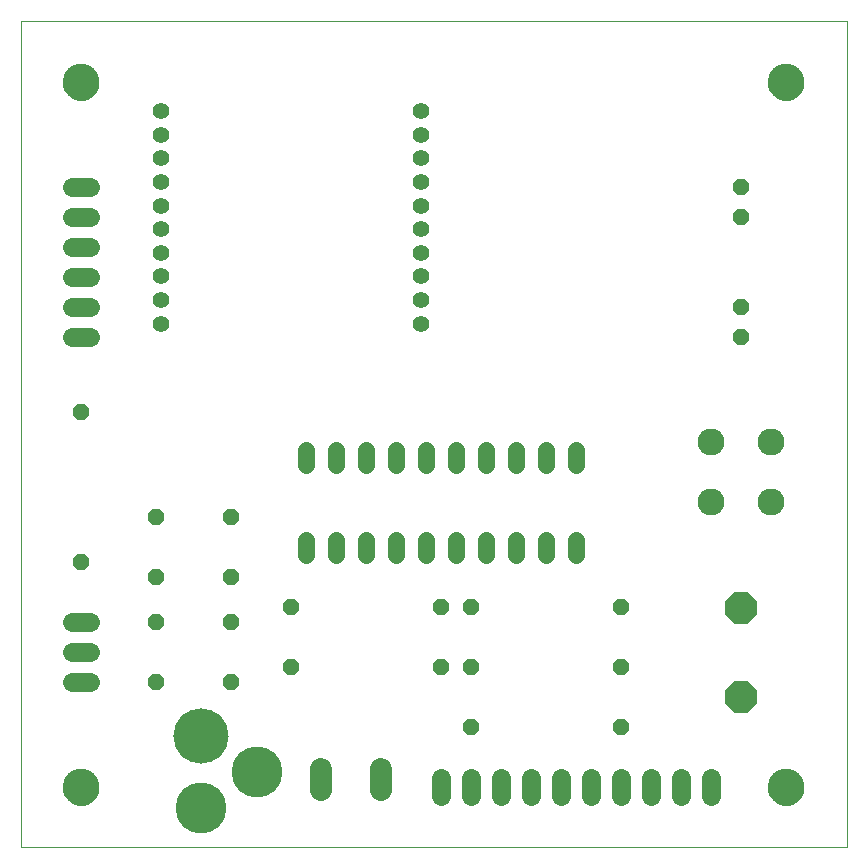
<source format=gts>
G75*
%MOIN*%
%OFA0B0*%
%FSLAX24Y24*%
%IPPOS*%
%LPD*%
%AMOC8*
5,1,8,0,0,1.08239X$1,22.5*
%
%ADD10C,0.0000*%
%ADD11C,0.0560*%
%ADD12C,0.0555*%
%ADD13OC8,0.0560*%
%ADD14C,0.0640*%
%ADD15C,0.1840*%
%ADD16C,0.1700*%
%ADD17OC8,0.1040*%
%ADD18C,0.0745*%
%ADD19C,0.0900*%
%ADD20C,0.1221*%
D10*
X000300Y000180D02*
X000300Y027739D01*
X027859Y027739D01*
X027859Y000180D01*
X000300Y000180D01*
X001709Y002180D02*
X001711Y002228D01*
X001717Y002276D01*
X001727Y002323D01*
X001740Y002369D01*
X001758Y002414D01*
X001778Y002458D01*
X001803Y002500D01*
X001831Y002539D01*
X001861Y002576D01*
X001895Y002610D01*
X001932Y002642D01*
X001970Y002671D01*
X002011Y002696D01*
X002054Y002718D01*
X002099Y002736D01*
X002145Y002750D01*
X002192Y002761D01*
X002240Y002768D01*
X002288Y002771D01*
X002336Y002770D01*
X002384Y002765D01*
X002432Y002756D01*
X002478Y002744D01*
X002523Y002727D01*
X002567Y002707D01*
X002609Y002684D01*
X002649Y002657D01*
X002687Y002627D01*
X002722Y002594D01*
X002754Y002558D01*
X002784Y002520D01*
X002810Y002479D01*
X002832Y002436D01*
X002852Y002392D01*
X002867Y002347D01*
X002879Y002300D01*
X002887Y002252D01*
X002891Y002204D01*
X002891Y002156D01*
X002887Y002108D01*
X002879Y002060D01*
X002867Y002013D01*
X002852Y001968D01*
X002832Y001924D01*
X002810Y001881D01*
X002784Y001840D01*
X002754Y001802D01*
X002722Y001766D01*
X002687Y001733D01*
X002649Y001703D01*
X002609Y001676D01*
X002567Y001653D01*
X002523Y001633D01*
X002478Y001616D01*
X002432Y001604D01*
X002384Y001595D01*
X002336Y001590D01*
X002288Y001589D01*
X002240Y001592D01*
X002192Y001599D01*
X002145Y001610D01*
X002099Y001624D01*
X002054Y001642D01*
X002011Y001664D01*
X001970Y001689D01*
X001932Y001718D01*
X001895Y001750D01*
X001861Y001784D01*
X001831Y001821D01*
X001803Y001860D01*
X001778Y001902D01*
X001758Y001946D01*
X001740Y001991D01*
X001727Y002037D01*
X001717Y002084D01*
X001711Y002132D01*
X001709Y002180D01*
X001709Y025680D02*
X001711Y025728D01*
X001717Y025776D01*
X001727Y025823D01*
X001740Y025869D01*
X001758Y025914D01*
X001778Y025958D01*
X001803Y026000D01*
X001831Y026039D01*
X001861Y026076D01*
X001895Y026110D01*
X001932Y026142D01*
X001970Y026171D01*
X002011Y026196D01*
X002054Y026218D01*
X002099Y026236D01*
X002145Y026250D01*
X002192Y026261D01*
X002240Y026268D01*
X002288Y026271D01*
X002336Y026270D01*
X002384Y026265D01*
X002432Y026256D01*
X002478Y026244D01*
X002523Y026227D01*
X002567Y026207D01*
X002609Y026184D01*
X002649Y026157D01*
X002687Y026127D01*
X002722Y026094D01*
X002754Y026058D01*
X002784Y026020D01*
X002810Y025979D01*
X002832Y025936D01*
X002852Y025892D01*
X002867Y025847D01*
X002879Y025800D01*
X002887Y025752D01*
X002891Y025704D01*
X002891Y025656D01*
X002887Y025608D01*
X002879Y025560D01*
X002867Y025513D01*
X002852Y025468D01*
X002832Y025424D01*
X002810Y025381D01*
X002784Y025340D01*
X002754Y025302D01*
X002722Y025266D01*
X002687Y025233D01*
X002649Y025203D01*
X002609Y025176D01*
X002567Y025153D01*
X002523Y025133D01*
X002478Y025116D01*
X002432Y025104D01*
X002384Y025095D01*
X002336Y025090D01*
X002288Y025089D01*
X002240Y025092D01*
X002192Y025099D01*
X002145Y025110D01*
X002099Y025124D01*
X002054Y025142D01*
X002011Y025164D01*
X001970Y025189D01*
X001932Y025218D01*
X001895Y025250D01*
X001861Y025284D01*
X001831Y025321D01*
X001803Y025360D01*
X001778Y025402D01*
X001758Y025446D01*
X001740Y025491D01*
X001727Y025537D01*
X001717Y025584D01*
X001711Y025632D01*
X001709Y025680D01*
X025209Y025680D02*
X025211Y025728D01*
X025217Y025776D01*
X025227Y025823D01*
X025240Y025869D01*
X025258Y025914D01*
X025278Y025958D01*
X025303Y026000D01*
X025331Y026039D01*
X025361Y026076D01*
X025395Y026110D01*
X025432Y026142D01*
X025470Y026171D01*
X025511Y026196D01*
X025554Y026218D01*
X025599Y026236D01*
X025645Y026250D01*
X025692Y026261D01*
X025740Y026268D01*
X025788Y026271D01*
X025836Y026270D01*
X025884Y026265D01*
X025932Y026256D01*
X025978Y026244D01*
X026023Y026227D01*
X026067Y026207D01*
X026109Y026184D01*
X026149Y026157D01*
X026187Y026127D01*
X026222Y026094D01*
X026254Y026058D01*
X026284Y026020D01*
X026310Y025979D01*
X026332Y025936D01*
X026352Y025892D01*
X026367Y025847D01*
X026379Y025800D01*
X026387Y025752D01*
X026391Y025704D01*
X026391Y025656D01*
X026387Y025608D01*
X026379Y025560D01*
X026367Y025513D01*
X026352Y025468D01*
X026332Y025424D01*
X026310Y025381D01*
X026284Y025340D01*
X026254Y025302D01*
X026222Y025266D01*
X026187Y025233D01*
X026149Y025203D01*
X026109Y025176D01*
X026067Y025153D01*
X026023Y025133D01*
X025978Y025116D01*
X025932Y025104D01*
X025884Y025095D01*
X025836Y025090D01*
X025788Y025089D01*
X025740Y025092D01*
X025692Y025099D01*
X025645Y025110D01*
X025599Y025124D01*
X025554Y025142D01*
X025511Y025164D01*
X025470Y025189D01*
X025432Y025218D01*
X025395Y025250D01*
X025361Y025284D01*
X025331Y025321D01*
X025303Y025360D01*
X025278Y025402D01*
X025258Y025446D01*
X025240Y025491D01*
X025227Y025537D01*
X025217Y025584D01*
X025211Y025632D01*
X025209Y025680D01*
X025209Y002180D02*
X025211Y002228D01*
X025217Y002276D01*
X025227Y002323D01*
X025240Y002369D01*
X025258Y002414D01*
X025278Y002458D01*
X025303Y002500D01*
X025331Y002539D01*
X025361Y002576D01*
X025395Y002610D01*
X025432Y002642D01*
X025470Y002671D01*
X025511Y002696D01*
X025554Y002718D01*
X025599Y002736D01*
X025645Y002750D01*
X025692Y002761D01*
X025740Y002768D01*
X025788Y002771D01*
X025836Y002770D01*
X025884Y002765D01*
X025932Y002756D01*
X025978Y002744D01*
X026023Y002727D01*
X026067Y002707D01*
X026109Y002684D01*
X026149Y002657D01*
X026187Y002627D01*
X026222Y002594D01*
X026254Y002558D01*
X026284Y002520D01*
X026310Y002479D01*
X026332Y002436D01*
X026352Y002392D01*
X026367Y002347D01*
X026379Y002300D01*
X026387Y002252D01*
X026391Y002204D01*
X026391Y002156D01*
X026387Y002108D01*
X026379Y002060D01*
X026367Y002013D01*
X026352Y001968D01*
X026332Y001924D01*
X026310Y001881D01*
X026284Y001840D01*
X026254Y001802D01*
X026222Y001766D01*
X026187Y001733D01*
X026149Y001703D01*
X026109Y001676D01*
X026067Y001653D01*
X026023Y001633D01*
X025978Y001616D01*
X025932Y001604D01*
X025884Y001595D01*
X025836Y001590D01*
X025788Y001589D01*
X025740Y001592D01*
X025692Y001599D01*
X025645Y001610D01*
X025599Y001624D01*
X025554Y001642D01*
X025511Y001664D01*
X025470Y001689D01*
X025432Y001718D01*
X025395Y001750D01*
X025361Y001784D01*
X025331Y001821D01*
X025303Y001860D01*
X025278Y001902D01*
X025258Y001946D01*
X025240Y001991D01*
X025227Y002037D01*
X025217Y002084D01*
X025211Y002132D01*
X025209Y002180D01*
D11*
X018800Y009920D02*
X018800Y010440D01*
X017800Y010440D02*
X017800Y009920D01*
X016800Y009920D02*
X016800Y010440D01*
X015800Y010440D02*
X015800Y009920D01*
X014800Y009920D02*
X014800Y010440D01*
X013800Y010440D02*
X013800Y009920D01*
X012800Y009920D02*
X012800Y010440D01*
X011800Y010440D02*
X011800Y009920D01*
X010800Y009920D02*
X010800Y010440D01*
X009800Y010440D02*
X009800Y009920D01*
X009800Y012920D02*
X009800Y013440D01*
X010800Y013440D02*
X010800Y012920D01*
X011800Y012920D02*
X011800Y013440D01*
X012800Y013440D02*
X012800Y012920D01*
X013800Y012920D02*
X013800Y013440D01*
X014800Y013440D02*
X014800Y012920D01*
X015800Y012920D02*
X015800Y013440D01*
X016800Y013440D02*
X016800Y012920D01*
X017800Y012920D02*
X017800Y013440D01*
X018800Y013440D02*
X018800Y012920D01*
D12*
X013631Y017637D03*
X013631Y018424D03*
X013631Y019211D03*
X013631Y019999D03*
X013631Y020786D03*
X013631Y021574D03*
X013631Y022361D03*
X013631Y023149D03*
X013631Y023936D03*
X013631Y024723D03*
X004969Y024723D03*
X004969Y023936D03*
X004969Y023149D03*
X004969Y022361D03*
X004969Y021574D03*
X004969Y020786D03*
X004969Y019999D03*
X004969Y019211D03*
X004969Y018424D03*
X004969Y017637D03*
D13*
X002300Y014680D03*
X004800Y011180D03*
X004800Y009180D03*
X004800Y007680D03*
X004800Y005680D03*
X007300Y005680D03*
X007300Y007680D03*
X007300Y009180D03*
X007300Y011180D03*
X009300Y008180D03*
X009300Y006180D03*
X014300Y006180D03*
X015300Y006180D03*
X015300Y004180D03*
X015300Y008180D03*
X014300Y008180D03*
X020300Y008180D03*
X020300Y006180D03*
X020300Y004180D03*
X024300Y017180D03*
X024300Y018180D03*
X024300Y021180D03*
X024300Y022180D03*
X002300Y009680D03*
D14*
X002000Y007680D02*
X002600Y007680D01*
X002600Y006680D02*
X002000Y006680D01*
X002000Y005680D02*
X002600Y005680D01*
X002600Y017180D02*
X002000Y017180D01*
X002000Y018180D02*
X002600Y018180D01*
X002600Y019180D02*
X002000Y019180D01*
X002000Y020180D02*
X002600Y020180D01*
X002600Y021180D02*
X002000Y021180D01*
X002000Y022180D02*
X002600Y022180D01*
X014300Y002480D02*
X014300Y001880D01*
X015300Y001880D02*
X015300Y002480D01*
X016300Y002480D02*
X016300Y001880D01*
X017300Y001880D02*
X017300Y002480D01*
X018300Y002480D02*
X018300Y001880D01*
X019300Y001880D02*
X019300Y002480D01*
X020300Y002480D02*
X020300Y001880D01*
X021300Y001880D02*
X021300Y002480D01*
X022300Y002480D02*
X022300Y001880D01*
X023300Y001880D02*
X023300Y002480D01*
D15*
X006300Y003900D03*
D16*
X008190Y002680D03*
X006300Y001499D03*
D17*
X024300Y005203D03*
X024300Y008157D03*
D18*
X012300Y002783D02*
X012300Y002078D01*
X010300Y002078D02*
X010300Y002783D01*
D19*
X023300Y011680D03*
X025300Y011680D03*
X025300Y013680D03*
X023300Y013680D03*
D20*
X025800Y002180D03*
X002300Y002180D03*
X002300Y025680D03*
X025800Y025680D03*
M02*

</source>
